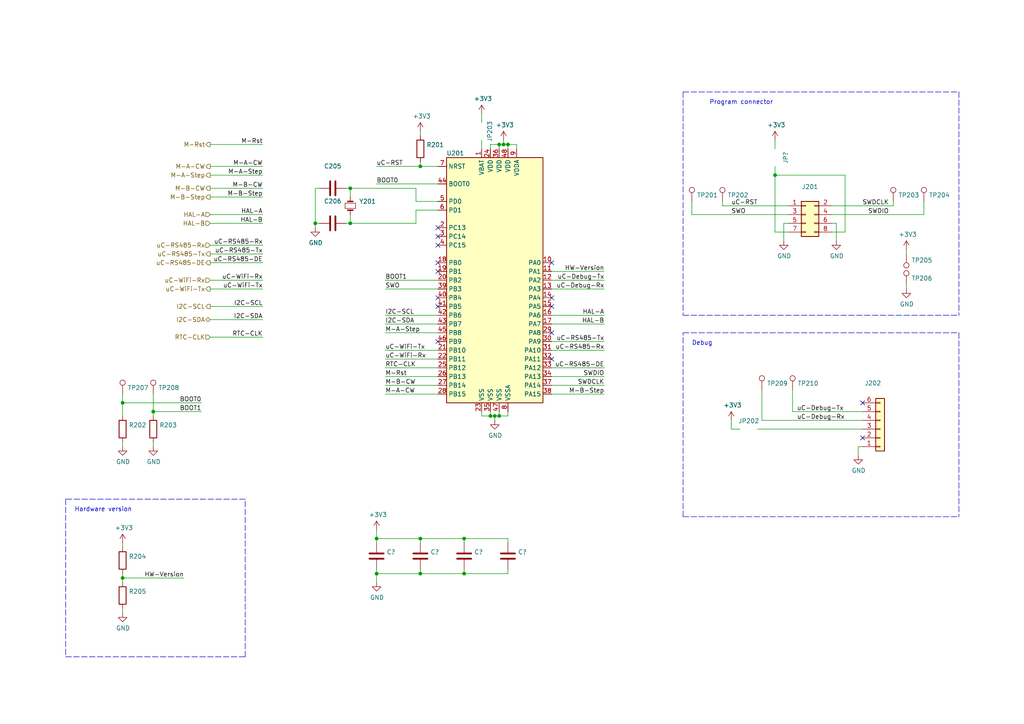
<source format=kicad_sch>
(kicad_sch (version 20211123) (generator eeschema)
  (paper "A4")
  (title_block (title "24 Clocks") (date "GITDATE") (rev "GITHASH") (company "Martin van Leussen"))
  (lib_symbols
    (symbol "Connector:TestPoint" (pin_numbers hide) (pin_names (offset 0.762) hide)
      (property "Reference" "TP" (at 0 6.858 0))
      (property "Value" "TestPoint" (at 0 5.08 0))
      (symbol "TestPoint_0_1"
        (circle (center 0 3.302) (radius 0.762))
      )
      (symbol "TestPoint_1_1"
        (pin passive line (at 0 0 90) (length 2.54) (name "1") (number "1"))
      )
    )
    (symbol "Connector_Generic:Conn_01x06" (pin_names (offset 1.016) hide)
      (property "Reference" "J" (at 0 7.62 0))
      (property "Value" "Conn_01x06" (at 0 -10.16 0))
      (symbol "Conn_01x06_1_1"
        (rectangle (start -1.27 -7.493) (end 0 -7.747) (stroke (width 0.1524)))
        (rectangle (start -1.27 -4.953) (end 0 -5.207) (stroke (width 0.1524)))
        (rectangle (start -1.27 -2.413) (end 0 -2.667) (stroke (width 0.1524)))
        (rectangle (start -1.27 0.127) (end 0 -0.127) (stroke (width 0.1524)))
        (rectangle (start -1.27 2.667) (end 0 2.413) (stroke (width 0.1524)))
        (rectangle (start -1.27 5.207) (end 0 4.953) (stroke (width 0.1524)))
        (rectangle (start -1.27 6.35) (end 1.27 -8.89) (stroke (width 0.254)) (fill (type background)))
        (pin passive line (at -5.08 5.08 0) (length 3.81) (name "Pin_1") (number "1"))
        (pin passive line (at -5.08 2.54 0) (length 3.81) (name "Pin_2") (number "2"))
        (pin passive line (at -5.08 0 0) (length 3.81) (name "Pin_3") (number "3"))
        (pin passive line (at -5.08 -2.54 0) (length 3.81) (name "Pin_4") (number "4"))
        (pin passive line (at -5.08 -5.08 0) (length 3.81) (name "Pin_5") (number "5"))
        (pin passive line (at -5.08 -7.62 0) (length 3.81) (name "Pin_6") (number "6"))
      )
    )
    (symbol "Connector_Generic:Conn_02x04_Odd_Even" (pin_names (offset 1.016) hide)
      (property "Reference" "J" (at 1.27 5.08 0))
      (property "Value" "Conn_02x04_Odd_Even" (at 1.27 -7.62 0))
      (symbol "Conn_02x04_Odd_Even_1_1"
        (rectangle (start -1.27 -4.953) (end 0 -5.207) (stroke (width 0.1524)))
        (rectangle (start -1.27 -2.413) (end 0 -2.667) (stroke (width 0.1524)))
        (rectangle (start -1.27 0.127) (end 0 -0.127) (stroke (width 0.1524)))
        (rectangle (start -1.27 2.667) (end 0 2.413) (stroke (width 0.1524)))
        (rectangle (start -1.27 3.81) (end 3.81 -6.35) (stroke (width 0.254)) (fill (type background)))
        (rectangle (start 3.81 -4.953) (end 2.54 -5.207) (stroke (width 0.1524)))
        (rectangle (start 3.81 -2.413) (end 2.54 -2.667) (stroke (width 0.1524)))
        (rectangle (start 3.81 0.127) (end 2.54 -0.127) (stroke (width 0.1524)))
        (rectangle (start 3.81 2.667) (end 2.54 2.413) (stroke (width 0.1524)))
        (pin passive line (at -5.08 2.54 0) (length 3.81) (name "Pin_1") (number "1"))
        (pin passive line (at 7.62 2.54 180) (length 3.81) (name "Pin_2") (number "2"))
        (pin passive line (at -5.08 0 0) (length 3.81) (name "Pin_3") (number "3"))
        (pin passive line (at 7.62 0 180) (length 3.81) (name "Pin_4") (number "4"))
        (pin passive line (at -5.08 -2.54 0) (length 3.81) (name "Pin_5") (number "5"))
        (pin passive line (at 7.62 -2.54 180) (length 3.81) (name "Pin_6") (number "6"))
        (pin passive line (at -5.08 -5.08 0) (length 3.81) (name "Pin_7") (number "7"))
        (pin passive line (at 7.62 -5.08 180) (length 3.81) (name "Pin_8") (number "8"))
      )
    )
    (symbol "Device:C" (pin_numbers hide) (pin_names (offset 0.254))
      (property "Reference" "C" (at 0.635 2.54 0))
      (property "Value" "C" (at 0.635 -2.54 0))
      (symbol "C_0_1"
        (polyline (pts (xy -2.032 -0.762) (xy 2.032 -0.762)) (stroke (width 0.508)))
        (polyline (pts (xy -2.032 0.762) (xy 2.032 0.762)) (stroke (width 0.508)))
      )
      (symbol "C_1_1"
        (pin passive line (at 0 3.81 270) (length 2.794) (name "~") (number "1"))
        (pin passive line (at 0 -3.81 90) (length 2.794) (name "~") (number "2"))
      )
    )
    (symbol "Device:Crystal_Small" (pin_numbers hide) (pin_names (offset 1.016) hide)
      (property "Reference" "Y" (at 0 2.54 0))
      (property "Value" "Crystal_Small" (at 0 -2.54 0))
      (symbol "Crystal_Small_0_1"
        (rectangle (start -0.762 -1.524) (end 0.762 1.524))
        (polyline (pts (xy -1.27 -0.762) (xy -1.27 0.762)) (stroke (width 0.381)))
        (polyline (pts (xy 1.27 -0.762) (xy 1.27 0.762)) (stroke (width 0.381)))
      )
      (symbol "Crystal_Small_1_1"
        (pin passive line (at -2.54 0 0) (length 1.27) (name "1") (number "1"))
        (pin passive line (at 2.54 0 180) (length 1.27) (name "2") (number "2"))
      )
    )
    (symbol "Device:R" (pin_numbers hide) (pin_names (offset 0))
      (property "Reference" "R" (at 2.032 0 90))
      (property "Value" "R" (at 0 0 90))
      (symbol "R_0_1"
        (rectangle (start -1.016 -2.54) (end 1.016 2.54) (stroke (width 0.254)))
      )
      (symbol "R_1_1"
        (pin passive line (at 0 3.81 270) (length 1.27) (name "~") (number "1"))
        (pin passive line (at 0 -3.81 90) (length 1.27) (name "~") (number "2"))
      )
    )
    (symbol "MCU_ST_STM32F1:STM32F103C8Tx"
      (property "Reference" "U" (at -15.24 36.83 0))
      (property "Value" "STM32F103C8Tx" (at 7.62 36.83 0))
      (symbol "STM32F103C8Tx_0_1"
        (rectangle (start -15.24 -35.56) (end 12.7 35.56) (stroke (width 0.254)) (fill (type background)))
      )
      (symbol "STM32F103C8Tx_1_1"
        (pin power_in line (at -5.08 38.1 270) (length 2.54) (name "VBAT") (number "1"))
        (pin bidirectional line (at 15.24 5.08 180) (length 2.54) (name "PA0") (number "10"))
        (pin bidirectional line (at 15.24 2.54 180) (length 2.54) (name "PA1") (number "11"))
        (pin bidirectional line (at 15.24 0 180) (length 2.54) (name "PA2") (number "12"))
        (pin bidirectional line (at 15.24 -2.54 180) (length 2.54) (name "PA3") (number "13"))
        (pin bidirectional line (at 15.24 -5.08 180) (length 2.54) (name "PA4") (number "14"))
        (pin bidirectional line (at 15.24 -7.62 180) (length 2.54) (name "PA5") (number "15"))
        (pin bidirectional line (at 15.24 -10.16 180) (length 2.54) (name "PA6") (number "16"))
        (pin bidirectional line (at 15.24 -12.7 180) (length 2.54) (name "PA7") (number "17"))
        (pin bidirectional line (at -17.78 5.08 0) (length 2.54) (name "PB0") (number "18"))
        (pin bidirectional line (at -17.78 2.54 0) (length 2.54) (name "PB1") (number "19"))
        (pin bidirectional line (at -17.78 15.24 0) (length 2.54) (name "PC13") (number "2"))
        (pin bidirectional line (at -17.78 0 0) (length 2.54) (name "PB2") (number "20"))
        (pin bidirectional line (at -17.78 -20.32 0) (length 2.54) (name "PB10") (number "21"))
        (pin bidirectional line (at -17.78 -22.86 0) (length 2.54) (name "PB11") (number "22"))
        (pin power_in line (at -5.08 -38.1 90) (length 2.54) (name "VSS") (number "23"))
        (pin power_in line (at -2.54 38.1 270) (length 2.54) (name "VDD") (number "24"))
        (pin bidirectional line (at -17.78 -25.4 0) (length 2.54) (name "PB12") (number "25"))
        (pin bidirectional line (at -17.78 -27.94 0) (length 2.54) (name "PB13") (number "26"))
        (pin bidirectional line (at -17.78 -30.48 0) (length 2.54) (name "PB14") (number "27"))
        (pin bidirectional line (at -17.78 -33.02 0) (length 2.54) (name "PB15") (number "28"))
        (pin bidirectional line (at 15.24 -15.24 180) (length 2.54) (name "PA8") (number "29"))
        (pin bidirectional line (at -17.78 12.7 0) (length 2.54) (name "PC14") (number "3"))
        (pin bidirectional line (at 15.24 -17.78 180) (length 2.54) (name "PA9") (number "30"))
        (pin bidirectional line (at 15.24 -20.32 180) (length 2.54) (name "PA10") (number "31"))
        (pin bidirectional line (at 15.24 -22.86 180) (length 2.54) (name "PA11") (number "32"))
        (pin bidirectional line (at 15.24 -25.4 180) (length 2.54) (name "PA12") (number "33"))
        (pin bidirectional line (at 15.24 -27.94 180) (length 2.54) (name "PA13") (number "34"))
        (pin power_in line (at -2.54 -38.1 90) (length 2.54) (name "VSS") (number "35"))
        (pin power_in line (at 0 38.1 270) (length 2.54) (name "VDD") (number "36"))
        (pin bidirectional line (at 15.24 -30.48 180) (length 2.54) (name "PA14") (number "37"))
        (pin bidirectional line (at 15.24 -33.02 180) (length 2.54) (name "PA15") (number "38"))
        (pin bidirectional line (at -17.78 -2.54 0) (length 2.54) (name "PB3") (number "39"))
        (pin bidirectional line (at -17.78 10.16 0) (length 2.54) (name "PC15") (number "4"))
        (pin bidirectional line (at -17.78 -5.08 0) (length 2.54) (name "PB4") (number "40"))
        (pin bidirectional line (at -17.78 -7.62 0) (length 2.54) (name "PB5") (number "41"))
        (pin bidirectional line (at -17.78 -10.16 0) (length 2.54) (name "PB6") (number "42"))
        (pin bidirectional line (at -17.78 -12.7 0) (length 2.54) (name "PB7") (number "43"))
        (pin input line (at -17.78 27.94 0) (length 2.54) (name "BOOT0") (number "44"))
        (pin bidirectional line (at -17.78 -15.24 0) (length 2.54) (name "PB8") (number "45"))
        (pin bidirectional line (at -17.78 -17.78 0) (length 2.54) (name "PB9") (number "46"))
        (pin power_in line (at 0 -38.1 90) (length 2.54) (name "VSS") (number "47"))
        (pin power_in line (at 2.54 38.1 270) (length 2.54) (name "VDD") (number "48"))
        (pin input line (at -17.78 22.86 0) (length 2.54) (name "PD0") (number "5"))
        (pin input line (at -17.78 20.32 0) (length 2.54) (name "PD1") (number "6"))
        (pin input line (at -17.78 33.02 0) (length 2.54) (name "NRST") (number "7"))
        (pin power_in line (at 2.54 -38.1 90) (length 2.54) (name "VSSA") (number "8"))
        (pin power_in line (at 5.08 38.1 270) (length 2.54) (name "VDDA") (number "9"))
      )
    )
    (symbol "power:+3V3" (power) (pin_names (offset 0))
      (property "Value" "+3V3" (at 0 3.556 0))
      (symbol "+3V3_0_1"
        (polyline (pts (xy -0.762 1.27) (xy 0 2.54)))
        (polyline (pts (xy 0 0) (xy 0 2.54)))
        (polyline (pts (xy 0 2.54) (xy 0.762 1.27)))
      )
      (symbol "+3V3_1_1"
        (pin power_in line (at 0 0 90) (length 0) hide (name "+3V3") (number "1"))
      )
    )
    (symbol "power:GND" (power) (pin_names (offset 0))
      (property "Value" "GND" (at 0 -3.81 0))
      (symbol "GND_0_1"
        (polyline (pts (xy 0 0) (xy 0 -1.27) (xy 1.27 -1.27) (xy 0 -2.54) (xy -1.27 -1.27) (xy 0 -1.27)))
      )
      (symbol "GND_1_1"
        (pin power_in line (at 0 0 270) (length 0) hide (name "GND") (number "1"))
      )
    )
  )
  (junction (at 146.05 41.91))
  (junction (at 224.79 50.8))
  (junction (at 134.62 166.37))
  (junction (at 101.6 64.77))
  (junction (at 35.56 167.64))
  (junction (at 142.24 120.65))
  (junction (at 101.6 54.61))
  (junction (at 44.45 119.38))
  (junction (at 134.62 156.21))
  (junction (at 121.92 166.37))
  (junction (at 35.56 116.84))
  (junction (at 121.92 48.26))
  (junction (at 109.22 166.37))
  (junction (at 91.44 64.77))
  (junction (at 109.22 156.21))
  (junction (at 144.78 41.91))
  (junction (at 121.92 156.21))
  (junction (at 147.32 41.91))
  (junction (at 144.78 120.65))
  (junction (at 143.51 120.65))
  (no_connect (at 160.02 104.14))
  (no_connect (at 127 71.12))
  (no_connect (at 160.02 76.2))
  (no_connect (at 127 78.74))
  (no_connect (at 127 66.04))
  (no_connect (at 127 76.2))
  (no_connect (at 127 68.58))
  (no_connect (at 250.19 116.84))
  (no_connect (at 250.19 127))
  (no_connect (at 127 99.06))
  (no_connect (at 127 88.9))
  (no_connect (at 160.02 96.52))
  (no_connect (at 160.02 88.9))
  (no_connect (at 160.02 86.36))
  (no_connect (at 127 86.36))
  (wire (pts (xy 212.09 124.46) (xy 212.09 121.92)))
  (wire (pts (xy 248.92 132.08) (xy 248.92 129.54)))
  (wire (pts (xy 35.56 116.84) (xy 35.56 120.65)))
  (wire (pts (xy 120.65 54.61) (xy 101.6 54.61)))
  (wire (pts (xy 120.65 64.77) (xy 120.65 60.96)))
  (wire (pts (xy 209.55 59.69) (xy 228.6 59.69)))
  (wire (pts (xy 76.2 76.2) (xy 60.96 76.2)))
  (wire (pts (xy 209.55 59.69) (xy 209.55 58.42)))
  (wire (pts (xy 224.79 50.8) (xy 224.79 67.31)))
  (wire (pts (xy 224.79 40.64) (xy 224.79 43.18)))
  (wire (pts (xy 142.24 120.65) (xy 139.7 120.65)))
  (wire (pts (xy 139.7 120.65) (xy 139.7 119.38)))
  (wire (pts (xy 245.11 50.8) (xy 224.79 50.8)))
  (wire (pts (xy 175.26 109.22) (xy 160.02 109.22)))
  (polyline (pts (xy 278.13 26.67) (xy 278.13 91.44)))
  (polyline (pts (xy 198.12 149.86) (xy 278.13 149.86)))
  (wire (pts (xy 160.02 78.74) (xy 175.26 78.74)))
  (wire (pts (xy 229.87 113.03) (xy 229.87 119.38)))
  (wire (pts (xy 111.76 109.22) (xy 127 109.22)))
  (wire (pts (xy 35.56 116.84) (xy 58.42 116.84)))
  (wire (pts (xy 44.45 114.3) (xy 44.45 119.38)))
  (wire (pts (xy 200.66 62.23) (xy 228.6 62.23)))
  (wire (pts (xy 91.44 64.77) (xy 92.71 64.77)))
  (wire (pts (xy 111.76 106.68) (xy 127 106.68)))
  (wire (pts (xy 175.26 83.82) (xy 160.02 83.82)))
  (wire (pts (xy 111.76 111.76) (xy 127 111.76)))
  (wire (pts (xy 134.62 156.21) (xy 134.62 157.48)))
  (polyline (pts (xy 198.12 26.67) (xy 198.12 91.44)))
  (wire (pts (xy 121.92 157.48) (xy 121.92 156.21)))
  (wire (pts (xy 175.26 99.06) (xy 160.02 99.06)))
  (wire (pts (xy 248.92 129.54) (xy 250.19 129.54)))
  (wire (pts (xy 229.87 119.38) (xy 250.19 119.38)))
  (wire (pts (xy 44.45 129.54) (xy 44.45 128.27)))
  (wire (pts (xy 245.11 67.31) (xy 245.11 50.8)))
  (wire (pts (xy 147.32 156.21) (xy 147.32 157.48)))
  (polyline (pts (xy 198.12 26.67) (xy 278.13 26.67)))
  (wire (pts (xy 35.56 177.8) (xy 35.56 176.53)))
  (wire (pts (xy 109.22 156.21) (xy 121.92 156.21)))
  (wire (pts (xy 142.24 43.18) (xy 142.24 41.91)))
  (wire (pts (xy 267.97 58.42) (xy 267.97 62.23)))
  (wire (pts (xy 219.71 124.46) (xy 250.19 124.46)))
  (wire (pts (xy 262.89 83.82) (xy 262.89 82.55)))
  (wire (pts (xy 109.22 156.21) (xy 109.22 157.48)))
  (wire (pts (xy 220.98 113.03) (xy 220.98 121.92)))
  (wire (pts (xy 76.2 41.91) (xy 60.96 41.91)))
  (polyline (pts (xy 278.13 96.52) (xy 278.13 149.86)))
  (wire (pts (xy 142.24 119.38) (xy 142.24 120.65)))
  (wire (pts (xy 242.57 69.85) (xy 242.57 64.77)))
  (polyline (pts (xy 198.12 91.44) (xy 278.13 91.44)))
  (wire (pts (xy 143.51 121.92) (xy 143.51 120.65)))
  (wire (pts (xy 262.89 73.66) (xy 262.89 72.39)))
  (wire (pts (xy 143.51 120.65) (xy 142.24 120.65)))
  (wire (pts (xy 91.44 54.61) (xy 91.44 64.77)))
  (wire (pts (xy 35.56 114.3) (xy 35.56 116.84)))
  (wire (pts (xy 144.78 43.18) (xy 144.78 41.91)))
  (wire (pts (xy 144.78 120.65) (xy 143.51 120.65)))
  (wire (pts (xy 121.92 38.1) (xy 121.92 39.37)))
  (wire (pts (xy 147.32 166.37) (xy 134.62 166.37)))
  (wire (pts (xy 175.26 106.68) (xy 160.02 106.68)))
  (wire (pts (xy 175.26 93.98) (xy 160.02 93.98)))
  (wire (pts (xy 76.2 64.77) (xy 60.96 64.77)))
  (wire (pts (xy 109.22 153.67) (xy 109.22 156.21)))
  (wire (pts (xy 101.6 62.23) (xy 101.6 64.77)))
  (wire (pts (xy 224.79 48.26) (xy 224.79 50.8)))
  (wire (pts (xy 241.3 59.69) (xy 259.08 59.69)))
  (wire (pts (xy 146.05 41.91) (xy 147.32 41.91)))
  (wire (pts (xy 109.22 168.91) (xy 109.22 166.37)))
  (wire (pts (xy 147.32 120.65) (xy 144.78 120.65)))
  (wire (pts (xy 139.7 40.64) (xy 139.7 43.18)))
  (wire (pts (xy 35.56 158.75) (xy 35.56 157.48)))
  (wire (pts (xy 76.2 54.61) (xy 60.96 54.61)))
  (wire (pts (xy 76.2 62.23) (xy 60.96 62.23)))
  (wire (pts (xy 111.76 101.6) (xy 127 101.6)))
  (wire (pts (xy 175.26 91.44) (xy 160.02 91.44)))
  (wire (pts (xy 76.2 83.82) (xy 60.96 83.82)))
  (wire (pts (xy 149.86 41.91) (xy 149.86 43.18)))
  (wire (pts (xy 100.33 64.77) (xy 101.6 64.77)))
  (wire (pts (xy 109.22 48.26) (xy 121.92 48.26)))
  (wire (pts (xy 111.76 114.3) (xy 127 114.3)))
  (polyline (pts (xy 19.05 144.78) (xy 19.05 190.5)))
  (wire (pts (xy 147.32 41.91) (xy 149.86 41.91)))
  (wire (pts (xy 111.76 91.44) (xy 127 91.44)))
  (wire (pts (xy 147.32 119.38) (xy 147.32 120.65)))
  (wire (pts (xy 127 81.28) (xy 111.76 81.28)))
  (wire (pts (xy 44.45 119.38) (xy 58.42 119.38)))
  (wire (pts (xy 134.62 165.1) (xy 134.62 166.37)))
  (polyline (pts (xy 198.12 96.52) (xy 278.13 96.52)))
  (wire (pts (xy 121.92 165.1) (xy 121.92 166.37)))
  (wire (pts (xy 35.56 167.64) (xy 35.56 168.91)))
  (wire (pts (xy 111.76 93.98) (xy 127 93.98)))
  (wire (pts (xy 241.3 67.31) (xy 245.11 67.31)))
  (wire (pts (xy 259.08 58.42) (xy 259.08 59.69)))
  (wire (pts (xy 76.2 71.12) (xy 60.96 71.12)))
  (wire (pts (xy 101.6 64.77) (xy 120.65 64.77)))
  (wire (pts (xy 134.62 156.21) (xy 147.32 156.21)))
  (wire (pts (xy 146.05 40.64) (xy 146.05 41.91)))
  (wire (pts (xy 101.6 54.61) (xy 101.6 57.15)))
  (wire (pts (xy 109.22 53.34) (xy 127 53.34)))
  (wire (pts (xy 134.62 166.37) (xy 121.92 166.37)))
  (wire (pts (xy 121.92 166.37) (xy 109.22 166.37)))
  (wire (pts (xy 175.26 114.3) (xy 160.02 114.3)))
  (wire (pts (xy 121.92 46.99) (xy 121.92 48.26)))
  (wire (pts (xy 220.98 121.92) (xy 250.19 121.92)))
  (wire (pts (xy 175.26 81.28) (xy 160.02 81.28)))
  (wire (pts (xy 147.32 43.18) (xy 147.32 41.91)))
  (wire (pts (xy 35.56 129.54) (xy 35.56 128.27)))
  (wire (pts (xy 109.22 165.1) (xy 109.22 166.37)))
  (wire (pts (xy 101.6 54.61) (xy 100.33 54.61)))
  (wire (pts (xy 60.96 97.79) (xy 76.2 97.79)))
  (wire (pts (xy 44.45 120.65) (xy 44.45 119.38)))
  (wire (pts (xy 227.33 64.77) (xy 228.6 64.77)))
  (wire (pts (xy 147.32 165.1) (xy 147.32 166.37)))
  (wire (pts (xy 200.66 62.23) (xy 200.66 58.42)))
  (wire (pts (xy 120.65 60.96) (xy 127 60.96)))
  (polyline (pts (xy 19.05 190.5) (xy 71.12 190.5)))
  (wire (pts (xy 121.92 156.21) (xy 134.62 156.21)))
  (wire (pts (xy 144.78 119.38) (xy 144.78 120.65)))
  (wire (pts (xy 142.24 41.91) (xy 144.78 41.91)))
  (wire (pts (xy 35.56 167.64) (xy 53.34 167.64)))
  (wire (pts (xy 144.78 41.91) (xy 146.05 41.91)))
  (wire (pts (xy 76.2 50.8) (xy 60.96 50.8)))
  (wire (pts (xy 175.26 111.76) (xy 160.02 111.76)))
  (polyline (pts (xy 71.12 190.5) (xy 71.12 144.78)))
  (wire (pts (xy 241.3 64.77) (xy 242.57 64.77)))
  (wire (pts (xy 92.71 54.61) (xy 91.44 54.61)))
  (polyline (pts (xy 71.12 144.78) (xy 19.05 144.78)))
  (wire (pts (xy 214.63 124.46) (xy 212.09 124.46)))
  (wire (pts (xy 227.33 69.85) (xy 227.33 64.77)))
  (wire (pts (xy 175.26 101.6) (xy 160.02 101.6)))
  (polyline (pts (xy 198.12 149.86) (xy 198.12 96.52)))
  (wire (pts (xy 76.2 48.26) (xy 60.96 48.26)))
  (wire (pts (xy 76.2 73.66) (xy 60.96 73.66)))
  (wire (pts (xy 139.7 33.02) (xy 139.7 35.56)))
  (wire (pts (xy 224.79 67.31) (xy 228.6 67.31)))
  (wire (pts (xy 127 83.82) (xy 111.76 83.82)))
  (wire (pts (xy 111.76 96.52) (xy 127 96.52)))
  (wire (pts (xy 91.44 66.04) (xy 91.44 64.77)))
  (wire (pts (xy 127 58.42) (xy 120.65 58.42)))
  (wire (pts (xy 76.2 92.71) (xy 60.96 92.71)))
  (wire (pts (xy 76.2 88.9) (xy 60.96 88.9)))
  (wire (pts (xy 121.92 48.26) (xy 127 48.26)))
  (wire (pts (xy 76.2 81.28) (xy 60.96 81.28)))
  (wire (pts (xy 76.2 57.15) (xy 60.96 57.15)))
  (wire (pts (xy 111.76 104.14) (xy 127 104.14)))
  (wire (pts (xy 120.65 58.42) (xy 120.65 54.61)))
  (wire (pts (xy 241.3 62.23) (xy 267.97 62.23)))
  (wire (pts (xy 35.56 166.37) (xy 35.56 167.64)))
  (text "Hardware version" (at 21.59 148.59 0) (effects (font (size 1.27 1.27)) (justify left bottom)))
  (text "Program connector" (at 205.74 30.48 0) (effects (font (size 1.27 1.27)) (justify left bottom)))
  (text "Debug" (at 200.66 100.33 0) (effects (font (size 1.27 1.27)) (justify left bottom)))
  (label "HAL-B" (at 76.2 64.77 180))
  (label "SWDCLK" (at 175.26 111.76 180))
  (label "uC-Debug-Rx" (at 175.26 83.82 180))
  (label "uC-RS485-Rx" (at 76.2 71.12 180))
  (label "M-B-CW" (at 76.2 54.61 180))
  (label "M-Rst" (at 76.2 41.91 180))
  (label "M-A-Step" (at 111.76 96.52 0))
  (label "uC-RST" (at 212.09 59.69 0))
  (label "SWDIO" (at 175.26 109.22 180))
  (label "M-B-Step" (at 175.26 114.3 180))
  (label "SWDCLK" (at 257.81 59.69 180))
  (label "HAL-A" (at 175.26 91.44 180))
  (label "uC-WiFi-Rx" (at 111.76 104.14 0))
  (label "uC-WiFi-Tx" (at 111.76 101.6 0))
  (label "SWDIO" (at 257.81 62.23 180))
  (label "SWO" (at 111.76 83.82 0))
  (label "uC-RS485-Tx" (at 175.26 99.06 180))
  (label "uC-RS485-DE" (at 175.26 106.68 180))
  (label "uC-RS485-Tx" (at 76.2 73.66 180))
  (label "M-B-CW" (at 111.76 111.76 0))
  (label "M-B-Step" (at 76.2 57.15 180))
  (label "I2C-SDA" (at 111.76 93.98 0))
  (label "uC-Debug-Rx" (at 231.14 121.92 0))
  (label "HAL-A" (at 76.2 62.23 180))
  (label "uC-WiFi-Tx" (at 76.2 83.82 180))
  (label "uC-Debug-Tx" (at 175.26 81.28 180))
  (label "BOOT1" (at 58.42 119.38 180))
  (label "M-A-CW" (at 111.76 114.3 0))
  (label "I2C-SCL" (at 76.2 88.9 180))
  (label "M-A-Step" (at 76.2 50.8 180))
  (label "uC-RS485-Rx" (at 175.26 101.6 180))
  (label "HW-Version" (at 175.26 78.74 180))
  (label "BOOT0" (at 109.22 53.34 0))
  (label "HW-Version" (at 53.34 167.64 180))
  (label "M-Rst" (at 111.76 109.22 0))
  (label "BOOT1" (at 111.76 81.28 0))
  (label "I2C-SCL" (at 111.76 91.44 0))
  (label "HAL-B" (at 175.26 93.98 180))
  (label "BOOT0" (at 58.42 116.84 180))
  (label "uC-WiFi-Rx" (at 76.2 81.28 180))
  (label "M-A-CW" (at 76.2 48.26 180))
  (label "uC-Debug-Tx" (at 231.14 119.38 0))
  (label "SWO" (at 212.09 62.23 0))
  (label "I2C-SDA" (at 76.2 92.71 180))
  (label "uC-RS485-DE" (at 76.2 76.2 180))
  (label "uC-RST" (at 109.22 48.26 0))
  (label "RTC-CLK" (at 76.2 97.79 180))
  (label "RTC-CLK" (at 111.76 106.68 0))
  (hierarchical_label "HAL-A" (shape input) (at 60.96 62.23 180))
  (hierarchical_label "HAL-B" (shape input) (at 60.96 64.77 180))
  (hierarchical_label "uC-WiFi-Tx" (shape output) (at 60.96 83.82 180))
  (hierarchical_label "uC-RS485-DE" (shape output) (at 60.96 76.2 180))
  (hierarchical_label "M-Rst" (shape output) (at 60.96 41.91 180))
  (hierarchical_label "uC-RS485-Tx" (shape output) (at 60.96 73.66 180))
  (hierarchical_label "M-B-Step" (shape output) (at 60.96 57.15 180))
  (hierarchical_label "I2C-SCL" (shape output) (at 60.96 88.9 180))
  (hierarchical_label "RTC-CLK" (shape input) (at 60.96 97.79 180))
  (hierarchical_label "M-A-CW" (shape output) (at 60.96 48.26 180))
  (hierarchical_label "I2C-SDA" (shape bidirectional) (at 60.96 92.71 180))
  (hierarchical_label "uC-RS485-Rx" (shape input) (at 60.96 71.12 180))
  (hierarchical_label "M-B-CW" (shape output) (at 60.96 54.61 180))
  (hierarchical_label "M-A-Step" (shape output) (at 60.96 50.8 180))
  (hierarchical_label "uC-WiFi-Rx" (shape input) (at 60.96 81.28 180))
  (symbol (lib_id "Device:C") (at 121.92 161.29 0) (unit 1)
    (property "Reference" "C?" (at 124.841 160.1216 0) (effects (justify left)))
  )
  (symbol (lib_id "Device:C") (at 134.62 161.29 0) (unit 1)
    (property "Reference" "C?" (at 137.541 160.1216 0) (effects (justify left)))
  )
  (symbol (lib_id "Device:C") (at 147.32 161.29 0) (unit 1)
    (property "Reference" "C?" (at 150.241 160.1216 0) (effects (justify left)))
  )
  (symbol (lib_id "Connector_Generic:Conn_01x06") (at 255.27 124.46 0) (mirror x) (unit 1)
    (property "Reference" "J202" (at 253.1872 111.125 0))
  )
  (symbol (lib_id "power:GND") (at 248.92 132.08 0) (unit 1)
    (property "Reference" "#PWR?" (effects hide))
  )
  (symbol (lib_id "24-clocks-rescue:Jumper_NO_Small-Device") (at 217.17 124.46 0) (unit 1)
    (property "Reference" "JP202" (at 217.17 122.0978 0))
  )
  (symbol (lib_id "power:+3V3") (at 212.09 121.92 0) (unit 1)
    (property "Reference" "#PWR?" (effects hide))
  )
  (symbol (lib_id "power:+3V3") (at 146.05 40.64 0) (unit 1)
    (property "Reference" "#PWR?" (effects hide))
  )
  (symbol (lib_id "power:GND") (at 143.51 121.92 0) (unit 1)
    (property "Reference" "#PWR?" (effects hide))
  )
  (symbol (lib_id "Device:C") (at 109.22 161.29 0) (unit 1)
    (property "Reference" "C?" (at 112.141 160.1216 0) (effects (justify left)))
  )
  (symbol (lib_id "power:GND") (at 109.22 168.91 0) (unit 1)
    (property "Reference" "#PWR?" (effects hide))
  )
  (symbol (lib_id "power:+3V3") (at 109.22 153.67 0) (unit 1)
    (property "Reference" "#PWR?" (effects hide))
  )
  (symbol (lib_id "Connector_Generic:Conn_02x04_Odd_Even") (at 233.68 62.23 0) (unit 1)
    (property "Reference" "J201" (at 234.95 54.1782 0))
  )
  (symbol (lib_id "power:GND") (at 227.33 69.85 0) (unit 1)
    (property "Reference" "#PWR?" (effects hide))
  )
  (symbol (lib_id "power:GND") (at 242.57 69.85 0) (unit 1)
    (property "Reference" "#PWR?" (effects hide))
  )
  (symbol (lib_id "24-clocks-rescue:Jumper_NC_Small-Device") (at 224.79 45.72 270) (unit 1)
    (property "Reference" "JP?" (at 227.8634 45.72 0))
  )
  (symbol (lib_id "power:+3V3") (at 224.79 40.64 0) (unit 1)
    (property "Reference" "#PWR?" (effects hide))
  )
  (symbol (lib_id "MCU_ST_STM32F1:STM32F103C8Tx") (at 144.78 81.28 0) (unit 1)
    (property "Reference" "U201" (at 132.08 44.45 0))
    (property "Datasheet" "http://www.st.com/st-web-ui/static/active/en/resource/technical/document/datasheet/CD00161566.pdf" (effects hide))
  )
  (symbol (lib_id "Device:R") (at 35.56 162.56 0) (unit 1)
    (property "Reference" "R204" (at 37.338 161.3916 0) (effects (justify left)))
  )
  (symbol (lib_id "Device:R") (at 35.56 172.72 0) (unit 1)
    (property "Reference" "R205" (at 37.338 171.5516 0) (effects (justify left)))
  )
  (symbol (lib_id "power:+3V3") (at 35.56 157.48 0) (unit 1)
    (property "Reference" "#PWR?" (effects hide))
  )
  (symbol (lib_id "power:GND") (at 35.56 177.8 0) (unit 1)
    (property "Reference" "#PWR?" (effects hide))
  )
  (symbol (lib_id "Device:C") (at 96.52 54.61 270) (unit 1)
    (property "Reference" "C205" (at 96.52 48.2092 90))
  )
  (symbol (lib_id "Device:C") (at 96.52 64.77 270) (unit 1)
    (property "Reference" "C206" (at 96.52 58.3692 90))
  )
  (symbol (lib_id "Device:Crystal_Small") (at 101.6 59.69 270) (unit 1)
    (property "Reference" "Y201" (at 104.14 58.42 90) (effects (justify left)))
    (property "Datasheet" "https://www.ndk.com/images/products/catalog/c_NX3225GD_e.pdf" (effects hide))
  )
  (symbol (lib_id "power:GND") (at 91.44 66.04 0) (unit 1)
    (property "Reference" "#PWR?" (effects hide))
  )
  (symbol (lib_id "power:+3V3") (at 139.7 33.02 0) (unit 1)
    (property "Reference" "#PWR?" (effects hide))
  )
  (symbol (lib_id "24-clocks-rescue:Jumper_NO_Small-Device") (at 139.7 38.1 270) (unit 1)
    (property "Reference" "JP203" (at 142.0622 38.1 0))
  )
  (symbol (lib_id "Device:R") (at 121.92 43.18 0) (unit 1)
    (property "Reference" "R201" (at 123.698 42.0116 0) (effects (justify left)))
  )
  (symbol (lib_id "power:+3V3") (at 121.92 38.1 0) (unit 1)
    (property "Reference" "#PWR?" (effects hide))
  )
  (symbol (lib_id "Device:R") (at 35.56 124.46 0) (unit 1)
    (property "Reference" "R202" (at 37.338 123.2916 0) (effects (justify left)))
  )
  (symbol (lib_id "Device:R") (at 44.45 124.46 0) (unit 1)
    (property "Reference" "R203" (at 46.228 123.2916 0) (effects (justify left)))
  )
  (symbol (lib_id "power:GND") (at 35.56 129.54 0) (unit 1)
    (property "Reference" "#PWR?" (effects hide))
  )
  (symbol (lib_id "power:GND") (at 44.45 129.54 0) (unit 1)
    (property "Reference" "#PWR?" (effects hide))
  )
  (symbol (lib_id "Connector:TestPoint") (at 35.56 114.3 0) (unit 1)
    (property "Reference" "TP207" (at 37.0332 112.4712 0) (effects (justify left)))
  )
  (symbol (lib_id "Connector:TestPoint") (at 44.45 114.3 0) (unit 1)
    (property "Reference" "TP208" (at 45.9232 112.4712 0) (effects (justify left)))
  )
  (symbol (lib_id "Connector:TestPoint") (at 209.55 58.42 0) (unit 1)
    (property "Reference" "TP202" (at 211.0232 56.5912 0) (effects (justify left)))
  )
  (symbol (lib_id "Connector:TestPoint") (at 200.66 58.42 0) (unit 1)
    (property "Reference" "TP201" (at 202.1332 56.5912 0) (effects (justify left)))
  )
  (symbol (lib_id "Connector:TestPoint") (at 262.89 82.55 0) (unit 1)
    (property "Reference" "TP206" (at 264.3632 80.7212 0) (effects (justify left)))
  )
  (symbol (lib_id "Connector:TestPoint") (at 262.89 73.66 180) (unit 1)
    (property "Reference" "TP205" (at 264.3632 75.4888 0) (effects (justify right)))
  )
  (symbol (lib_id "Connector:TestPoint") (at 259.08 58.42 0) (unit 1)
    (property "Reference" "TP203" (at 260.5532 56.5912 0) (effects (justify left)))
  )
  (symbol (lib_id "Connector:TestPoint") (at 267.97 58.42 0) (unit 1)
    (property "Reference" "TP204" (at 269.4432 56.5912 0) (effects (justify left)))
  )
  (symbol (lib_id "power:+3V3") (at 262.89 72.39 0) (unit 1)
    (property "Reference" "#PWR?" (effects hide))
  )
  (symbol (lib_id "power:GND") (at 262.89 83.82 0) (unit 1)
    (property "Reference" "#PWR?" (effects hide))
  )
  (symbol (lib_id "Connector:TestPoint") (at 229.87 113.03 0) (unit 1)
    (property "Reference" "TP210" (at 231.3432 111.2012 0) (effects (justify left)))
  )
  (symbol (lib_id "Connector:TestPoint") (at 220.98 113.03 0) (unit 1)
    (property "Reference" "TP209" (at 222.4532 111.2012 0) (effects (justify left)))
  )
)
</source>
